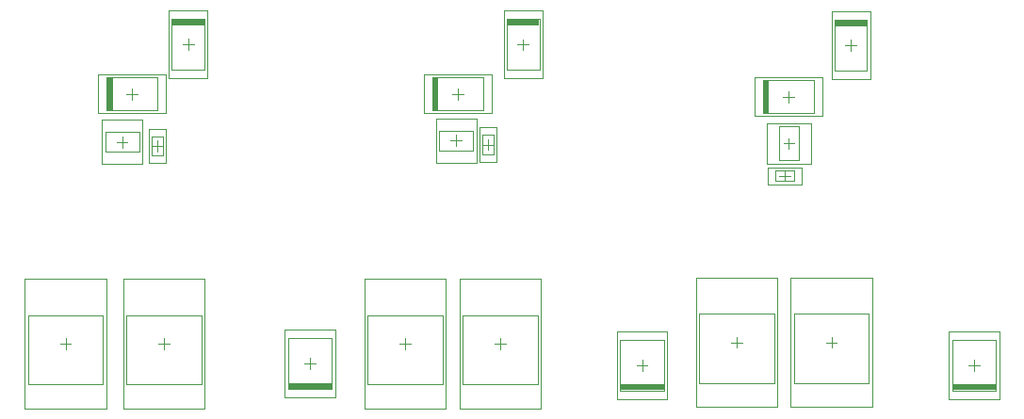
<source format=gbp>
G04*
G04 #@! TF.GenerationSoftware,Altium Limited,Altium Designer,18.1.6 (161)*
G04*
G04 Layer_Color=128*
%FSLAX25Y25*%
%MOIN*%
G70*
G01*
G75*
%ADD13C,0.00394*%
%ADD14R,0.11496X0.02420*%
%ADD15R,0.15512X0.02420*%
%ADD16R,0.02420X0.11496*%
%ADD17C,0.00197*%
D13*
X180604Y337496D02*
X192100D01*
X180604Y319504D02*
X192100D01*
Y337496D01*
X180604Y319504D02*
Y337496D01*
X237256Y206504D02*
Y224496D01*
X221744Y206504D02*
Y224496D01*
X237256D01*
X221744Y206504D02*
X237256D01*
X177370Y289102D02*
Y295992D01*
X173630Y289102D02*
Y295992D01*
X177370D01*
X173630Y289102D02*
X177370D01*
X156996Y297468D02*
X169004D01*
X156996Y290579D02*
X169004D01*
Y297468D01*
X156996Y290579D02*
Y297468D01*
X164453Y232594D02*
X191028D01*
X164453Y208106D02*
X191028D01*
Y232594D01*
X164453Y208106D02*
Y232594D01*
X389730Y304252D02*
Y315748D01*
X407722Y304252D02*
Y315748D01*
X389730D02*
X407722D01*
X389730Y304252D02*
X407722D01*
X472256Y205927D02*
Y223919D01*
X456744Y205927D02*
Y223919D01*
X472256D01*
X456744Y205927D02*
X472256D01*
X415130Y319150D02*
Y337142D01*
X426626Y319150D02*
Y337142D01*
X415130Y319150D02*
X426626D01*
X415130Y337142D02*
X426626D01*
X272730Y305252D02*
Y316748D01*
X290722Y305252D02*
Y316748D01*
X272730D02*
X290722D01*
X272730Y305252D02*
X290722D01*
X339244Y205960D02*
X354756D01*
X339244Y223952D02*
X354756D01*
X339244Y205960D02*
Y223952D01*
X354756Y205960D02*
Y223952D01*
X299204Y337402D02*
X310700D01*
X299204Y319410D02*
X310700D01*
Y337402D01*
X299204Y319410D02*
Y337402D01*
X157504Y305252D02*
Y316748D01*
X175496Y305252D02*
Y316748D01*
X157504D02*
X175496D01*
X157504Y305252D02*
X175496D01*
X367211Y233095D02*
X393786D01*
X367211Y208606D02*
X393786D01*
Y233095D01*
X367211Y208606D02*
Y233095D01*
X249897Y232695D02*
X276472D01*
X249897Y208206D02*
X276472D01*
Y232695D01*
X249897Y208206D02*
Y232695D01*
X129728Y232594D02*
X156303D01*
X129728Y208106D02*
X156303D01*
Y232594D01*
X129728Y208106D02*
Y232594D01*
X394055Y280130D02*
X400945D01*
X394055Y283870D02*
X400945D01*
Y280130D02*
Y283870D01*
X394055Y280130D02*
Y283870D01*
X290630Y289555D02*
X294370D01*
X290630Y296445D02*
X294370D01*
X290630Y289555D02*
Y296445D01*
X294370Y289555D02*
Y296445D01*
X402423Y287396D02*
Y299404D01*
X395533Y287396D02*
Y299404D01*
Y287396D02*
X402423D01*
X395533Y299404D02*
X402423D01*
X275256Y291029D02*
Y297919D01*
X287264Y291029D02*
Y297919D01*
X275256Y291029D02*
X287264D01*
X275256Y297919D02*
X287264D01*
X400727Y233095D02*
X427302D01*
X400727Y208606D02*
X427302D01*
Y233095D01*
X400727Y208606D02*
Y233095D01*
X283413Y232639D02*
X309987D01*
X283413Y208151D02*
X309987D01*
Y232639D01*
X283413Y208151D02*
Y232639D01*
X179462Y340508D02*
X193242D01*
X179462Y316492D02*
X193242D01*
Y340508D01*
X179462Y316492D02*
Y340508D01*
X186352Y326532D02*
Y330469D01*
X184383Y328500D02*
X188321D01*
X227532Y215500D02*
X231469D01*
X229500Y213531D02*
Y217469D01*
X238358Y203492D02*
Y227508D01*
X220642Y203492D02*
Y227508D01*
X238358D01*
X220642Y203492D02*
X238358D01*
X173630Y292547D02*
X177370D01*
X175500Y290677D02*
Y294417D01*
X163000Y292055D02*
Y295992D01*
X161031Y294024D02*
X164969D01*
X163370Y245488D02*
X192110D01*
X163370Y199622D02*
X192110D01*
Y245488D01*
X163370Y199622D02*
Y245488D01*
X177740Y220587D02*
Y224524D01*
X175772Y222555D02*
X179709D01*
X386718Y303110D02*
Y316890D01*
X410734Y303110D02*
Y316890D01*
X386718D02*
X410734D01*
X386718Y303110D02*
X410734D01*
X396758Y310000D02*
X400695D01*
X398726Y308032D02*
Y311968D01*
X462532Y214923D02*
X466468D01*
X464500Y212954D02*
Y216891D01*
X473358Y202915D02*
Y226931D01*
X455642Y202915D02*
Y226931D01*
X473358D01*
X455642Y202915D02*
X473358D01*
X418910Y328146D02*
X422847D01*
X420878Y326177D02*
Y330114D01*
X413988Y316138D02*
Y340154D01*
X427768Y316138D02*
Y340154D01*
X413988Y316138D02*
X427768D01*
X413988Y340154D02*
X427768D01*
X269718Y304110D02*
Y317890D01*
X293734Y304110D02*
Y317890D01*
X269718D02*
X293734D01*
X269718Y304110D02*
X293734D01*
X279757Y311000D02*
X283695D01*
X281726Y309032D02*
Y312968D01*
X338142Y202948D02*
X355858D01*
X338142Y226964D02*
X355858D01*
X338142Y202948D02*
Y226964D01*
X355858Y202948D02*
Y226964D01*
X347000Y212987D02*
Y216924D01*
X345031Y214956D02*
X348969D01*
X298062Y340414D02*
X311842D01*
X298062Y316398D02*
X311842D01*
Y340414D01*
X298062Y316398D02*
Y340414D01*
X304952Y326438D02*
Y330375D01*
X302983Y328406D02*
X306921D01*
X154492Y304110D02*
Y317890D01*
X178508Y304110D02*
Y317890D01*
X154492D02*
X178508D01*
X154492Y304110D02*
X178508D01*
X164532Y311000D02*
X168468D01*
X166500Y309032D02*
Y312968D01*
X366128Y245988D02*
X394868D01*
X366128Y200122D02*
X394868D01*
Y245988D01*
X366128Y200122D02*
Y245988D01*
X380498Y221087D02*
Y225024D01*
X378530Y223055D02*
X382467D01*
X248814Y245588D02*
X277554D01*
X248814Y199722D02*
X277554D01*
Y245588D01*
X248814Y199722D02*
Y245588D01*
X263184Y220687D02*
Y224624D01*
X261216Y222655D02*
X265153D01*
X128646Y245488D02*
X157386D01*
X128646Y199622D02*
X157386D01*
Y245488D01*
X128646Y199622D02*
Y245488D01*
X143016Y220587D02*
Y224524D01*
X141047Y222555D02*
X144984D01*
X397500Y280130D02*
Y283870D01*
X395630Y282000D02*
X399370D01*
X292500Y291130D02*
Y294870D01*
X290630Y293000D02*
X294370D01*
X397009Y293400D02*
X400947D01*
X398978Y291431D02*
Y295369D01*
X279291Y294474D02*
X283228D01*
X281260Y292506D02*
Y296443D01*
X399644Y245988D02*
X428384D01*
X399644Y200122D02*
X428384D01*
Y245988D01*
X399644Y200122D02*
Y245988D01*
X414014Y221087D02*
Y225024D01*
X412046Y223055D02*
X415983D01*
X282330Y245533D02*
X311070D01*
X282330Y199667D02*
X311070D01*
Y245533D01*
X282330Y199667D02*
Y245533D01*
X296700Y220632D02*
Y224569D01*
X294731Y222600D02*
X298669D01*
D14*
X186352Y336286D02*
D03*
X420878Y335932D02*
D03*
X304952Y336192D02*
D03*
D15*
X229500Y207714D02*
D03*
X464500Y207137D02*
D03*
X347000Y207170D02*
D03*
D16*
X390940Y310000D02*
D03*
X273939Y311000D02*
D03*
X158714D02*
D03*
D17*
X178453Y286445D02*
Y298650D01*
X172547Y286445D02*
Y298650D01*
X178453D01*
X172547Y286445D02*
X178453D01*
X155913Y301799D02*
X170087D01*
X155913Y286248D02*
X170087D01*
Y301799D01*
X155913Y286248D02*
Y301799D01*
X391398Y279047D02*
X403602D01*
X391398Y284953D02*
X403602D01*
Y279047D02*
Y284953D01*
X391398Y279047D02*
Y284953D01*
X289547Y286898D02*
X295453D01*
X289547Y299102D02*
X295453D01*
X289547Y286898D02*
Y299102D01*
X295453Y286898D02*
Y299102D01*
X406753Y286313D02*
Y300487D01*
X391202Y286313D02*
Y300487D01*
Y286313D02*
X406753D01*
X391202Y300487D02*
X406753D01*
X274173Y286698D02*
Y302250D01*
X288347Y286698D02*
Y302250D01*
X274173Y286698D02*
X288347D01*
X274173Y302250D02*
X288347D01*
M02*

</source>
